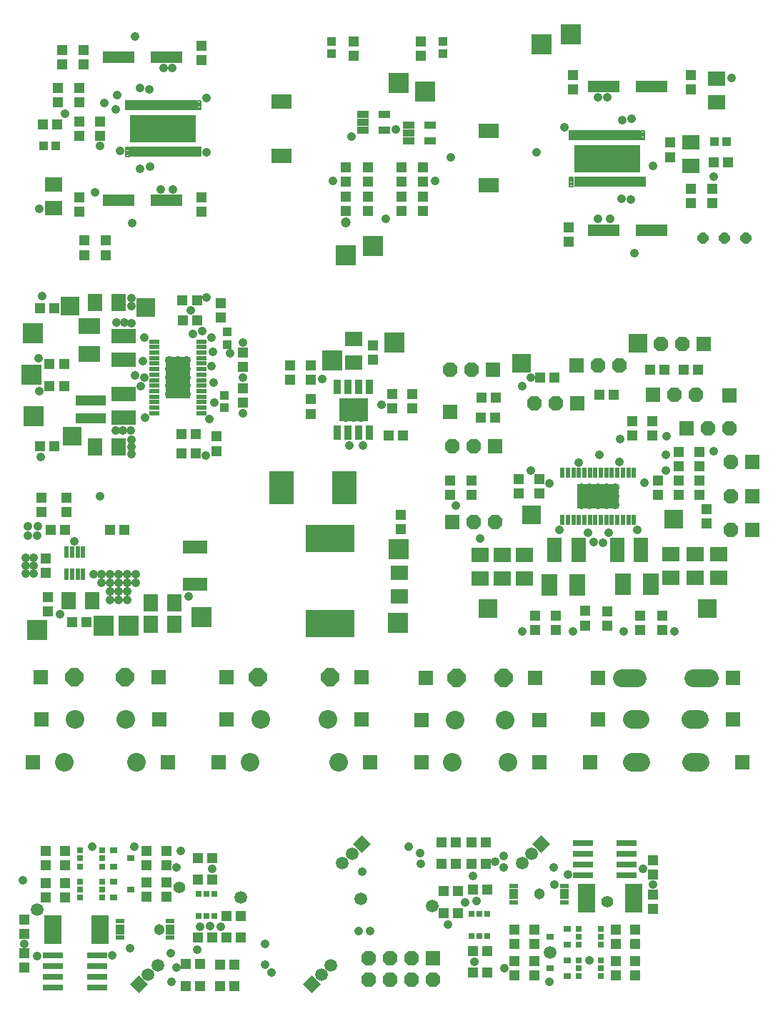
<source format=gbr>
G04 EAGLE Gerber RS-274X export*
G75*
%MOMM*%
%FSLAX34Y34*%
%LPD*%
%INSoldermask Top*%
%IPPOS*%
%AMOC8*
5,1,8,0,0,1.08239X$1,22.5*%
G01*
%ADD10R,1.303200X1.203200*%
%ADD11R,1.803200X2.003200*%
%ADD12R,2.903200X1.803200*%
%ADD13R,1.203200X1.303200*%
%ADD14R,1.253200X0.603200*%
%ADD15R,2.943200X4.953200*%
%ADD16C,1.053200*%
%ADD17R,3.603200X1.203200*%
%ADD18R,2.503200X1.853200*%
%ADD19R,1.003200X1.003200*%
%ADD20R,0.813200X1.803200*%
%ADD21R,3.413200X2.823200*%
%ADD22R,5.803200X3.303200*%
%ADD23R,2.003200X1.803200*%
%ADD24R,0.603200X1.403200*%
%ADD25R,3.003200X1.603200*%
%ADD26R,0.603200X1.253200*%
%ADD27R,4.953200X2.943200*%
%ADD28R,1.727200X1.727200*%
%ADD29P,1.869504X8X292.500000*%
%ADD30P,1.869504X8X112.500000*%
%ADD31R,1.853200X2.503200*%
%ADD32R,1.803200X2.903200*%
%ADD33P,2.309387X8X112.500000*%
%ADD34C,2.203200*%
%ADD35C,2.133600*%
%ADD36C,2.203200*%
%ADD37C,0.209022*%
%ADD38R,0.653200X1.253200*%
%ADD39R,7.763200X3.253200*%
%ADD40R,2.403200X1.703200*%
%ADD41R,3.703200X1.403200*%
%ADD42R,1.473200X0.838200*%
%ADD43P,1.410571X8X202.500000*%
%ADD44R,3.003200X4.003200*%
%ADD45R,1.503200X1.503200*%
%ADD46C,1.503200*%
%ADD47R,0.803200X0.803200*%
%ADD48R,0.933200X0.763200*%
%ADD49R,2.003200X3.403200*%
%ADD50P,1.869504X8X202.500000*%
%ADD51R,1.003200X0.603200*%
%ADD52R,1.003200X1.253200*%
%ADD53R,2.403200X0.803200*%
%ADD54R,2.203200X2.203200*%
%ADD55R,2.453200X2.453200*%
%ADD56C,1.203200*%
%ADD57C,1.403200*%
%ADD58C,1.303200*%


D10*
X49900Y756800D03*
X66900Y756800D03*
X206400Y673600D03*
X223400Y673600D03*
D11*
X103800Y829300D03*
X131800Y829300D03*
D12*
X137800Y720500D03*
X137800Y692500D03*
X137900Y761800D03*
X137900Y789800D03*
D10*
X66900Y730200D03*
X49900Y730200D03*
D11*
X103600Y658300D03*
X131600Y658300D03*
D13*
X38100Y822600D03*
X55100Y822600D03*
X38700Y658800D03*
X55700Y658800D03*
X223400Y650400D03*
X206400Y650400D03*
X224400Y831700D03*
X207400Y831700D03*
D14*
X229650Y698350D03*
X229650Y704850D03*
X229650Y711350D03*
X229650Y717850D03*
X229650Y724350D03*
X229650Y730850D03*
X229650Y737350D03*
X229650Y743850D03*
X229650Y750350D03*
X229650Y756850D03*
X229650Y763350D03*
X229650Y769850D03*
X229650Y776350D03*
X229650Y782850D03*
X174150Y782850D03*
X174150Y776350D03*
X174150Y769850D03*
X174150Y763350D03*
X174150Y756850D03*
X174150Y750350D03*
X174150Y743850D03*
X174150Y737350D03*
X174150Y730850D03*
X174150Y724350D03*
X174150Y717850D03*
X174150Y711350D03*
X174150Y704850D03*
X174150Y698350D03*
D15*
X201900Y740600D03*
D16*
X191900Y720600D03*
X191900Y730600D03*
X191900Y740600D03*
X191900Y750600D03*
X191900Y760600D03*
X201900Y760600D03*
X201900Y750600D03*
X201900Y740600D03*
X201900Y730600D03*
X201900Y720600D03*
X211900Y720600D03*
X211900Y730600D03*
X211900Y740600D03*
X211900Y750600D03*
X211900Y760600D03*
D17*
X98900Y713300D03*
X98900Y692300D03*
D18*
X97300Y768100D03*
X97300Y801100D03*
D13*
X224500Y808000D03*
X207500Y808000D03*
D10*
X248000Y653500D03*
X248000Y670500D03*
D19*
X257000Y704500D03*
X257000Y719500D03*
D10*
X253000Y828600D03*
X253000Y811600D03*
D19*
X260000Y794500D03*
X260000Y779500D03*
D20*
X390950Y675000D03*
X403650Y675000D03*
X416350Y675000D03*
X429050Y675000D03*
X429050Y729000D03*
X416350Y729000D03*
X403650Y729000D03*
X390950Y729000D03*
D21*
X410000Y702000D03*
D16*
X401000Y711000D03*
X410000Y711000D03*
X419000Y711000D03*
X401000Y702000D03*
X410000Y702000D03*
X419000Y702000D03*
X401000Y693000D03*
X410000Y693000D03*
X419000Y693000D03*
D13*
X359000Y697500D03*
X359000Y714500D03*
D10*
X433000Y778500D03*
X433000Y761500D03*
D22*
X382000Y449000D03*
X382000Y550000D03*
D23*
X464000Y481000D03*
X464000Y509000D03*
D13*
X451500Y672000D03*
X468500Y672000D03*
D10*
X466000Y560500D03*
X466000Y577500D03*
X359000Y737500D03*
X359000Y754500D03*
X335000Y737500D03*
X335000Y754500D03*
D13*
X456000Y720500D03*
X456000Y703500D03*
D23*
X410000Y786000D03*
X410000Y758000D03*
D10*
X480000Y720500D03*
X480000Y703500D03*
D24*
X70200Y507700D03*
X76700Y507700D03*
X83200Y507700D03*
X89700Y507700D03*
X89700Y533700D03*
X83200Y533700D03*
X76700Y533700D03*
X70200Y533700D03*
D10*
X138500Y560000D03*
X121500Y560000D03*
D13*
X45500Y509100D03*
X45500Y526100D03*
D10*
X48000Y480500D03*
X48000Y463500D03*
D11*
X100500Y475800D03*
X72500Y475800D03*
D10*
X93400Y451100D03*
X76400Y451100D03*
D13*
X68500Y560000D03*
X51500Y560000D03*
D10*
X70000Y581500D03*
X70000Y598500D03*
D13*
X40000Y598500D03*
X40000Y581500D03*
D25*
X222000Y496000D03*
X222000Y540000D03*
D11*
X169600Y473300D03*
X197600Y473300D03*
X169900Y448600D03*
X197900Y448600D03*
D26*
X742250Y627750D03*
X735750Y627750D03*
X729250Y627750D03*
X722750Y627750D03*
X716250Y627750D03*
X709750Y627750D03*
X703250Y627750D03*
X696750Y627750D03*
X690250Y627750D03*
X683750Y627750D03*
X677250Y627750D03*
X670750Y627750D03*
X664250Y627750D03*
X657750Y627750D03*
X657750Y572250D03*
X664250Y572250D03*
X670750Y572250D03*
X677250Y572250D03*
X683750Y572250D03*
X690250Y572250D03*
X696750Y572250D03*
X703250Y572250D03*
X709750Y572250D03*
X716250Y572250D03*
X722750Y572250D03*
X729250Y572250D03*
X735750Y572250D03*
X742250Y572250D03*
D27*
X700000Y600000D03*
D16*
X720000Y590000D03*
X710000Y590000D03*
X700000Y590000D03*
X690000Y590000D03*
X680000Y590000D03*
X680000Y600000D03*
X690000Y600000D03*
X700000Y600000D03*
X710000Y600000D03*
X720000Y600000D03*
X720000Y610000D03*
X710000Y610000D03*
X700000Y610000D03*
X690000Y610000D03*
X680000Y610000D03*
D28*
X882700Y640000D03*
D29*
X857300Y640000D03*
D28*
X882700Y600000D03*
D29*
X857300Y600000D03*
D28*
X882700Y560000D03*
D29*
X857300Y560000D03*
D10*
X828500Y584700D03*
X828500Y567700D03*
X550000Y618500D03*
X550000Y601500D03*
D13*
X524900Y601700D03*
X524900Y618700D03*
D28*
X527300Y569000D03*
D30*
X552700Y569000D03*
X578100Y569000D03*
D28*
X675400Y710000D03*
D29*
X650000Y710000D03*
X624600Y710000D03*
D13*
X648500Y740000D03*
X631500Y740000D03*
D10*
X740000Y688500D03*
X740000Y671500D03*
D13*
X764400Y671500D03*
X764400Y688500D03*
D28*
X804600Y680000D03*
D30*
X830000Y680000D03*
X855400Y680000D03*
D13*
X606100Y603200D03*
X606100Y620200D03*
D28*
X575400Y750000D03*
D29*
X550000Y750000D03*
X524600Y750000D03*
D13*
X578400Y716700D03*
X561400Y716700D03*
D10*
X795300Y652100D03*
X795300Y635100D03*
D28*
X577800Y659300D03*
D29*
X552400Y659300D03*
X527000Y659300D03*
D10*
X561200Y692600D03*
X578200Y692600D03*
D13*
X795400Y601600D03*
X795400Y618600D03*
X820000Y601500D03*
X820000Y618500D03*
D10*
X820000Y652100D03*
X820000Y635100D03*
D28*
X674500Y755100D03*
D30*
X699900Y755100D03*
X725300Y755100D03*
D13*
X701500Y720000D03*
X718500Y720000D03*
D28*
X825400Y780000D03*
D29*
X800000Y780000D03*
X774600Y780000D03*
D13*
X818500Y750000D03*
X801500Y750000D03*
D28*
X764600Y720000D03*
D30*
X790000Y720000D03*
X815400Y720000D03*
D10*
X778500Y750000D03*
X761500Y750000D03*
X630000Y620200D03*
X630000Y603200D03*
X770900Y618600D03*
X770900Y601600D03*
D13*
X684500Y463900D03*
X684500Y446900D03*
X711100Y463400D03*
X711100Y446400D03*
D31*
X642000Y495000D03*
X675000Y495000D03*
X762000Y496000D03*
X729000Y496000D03*
D13*
X650000Y441500D03*
X650000Y458500D03*
D10*
X624900Y458600D03*
X624900Y441600D03*
D13*
X750000Y441500D03*
X750000Y458500D03*
D10*
X775700Y458400D03*
X775700Y441400D03*
D23*
X612900Y530500D03*
X612900Y502500D03*
X586500Y530300D03*
X586500Y502300D03*
X786400Y531200D03*
X786400Y503200D03*
X814800Y531200D03*
X814800Y503200D03*
X560100Y530300D03*
X560100Y502300D03*
X843000Y531500D03*
X843000Y503500D03*
D28*
X855200Y719200D03*
X524600Y700000D03*
D13*
X279000Y727700D03*
X279000Y710700D03*
X279000Y752700D03*
X279000Y769700D03*
D32*
X750600Y536400D03*
X722600Y536400D03*
X648500Y535900D03*
X676500Y535900D03*
D33*
X139400Y385400D03*
X79400Y385400D03*
D34*
X80000Y335700D03*
X140000Y335700D03*
X67700Y284500D03*
X153100Y284500D03*
D33*
X382400Y385300D03*
X297000Y385300D03*
D34*
X299700Y335200D03*
X379700Y335200D03*
X287300Y284500D03*
X392700Y284500D03*
D33*
X587700Y384500D03*
X532300Y384500D03*
D34*
X530000Y335000D03*
X590000Y335000D03*
X527300Y284500D03*
X592700Y284500D03*
D35*
X812748Y385000D02*
X832052Y385000D01*
X746652Y385000D02*
X727348Y385000D01*
D36*
X740000Y335500D02*
X750000Y335500D01*
X810000Y335500D02*
X820000Y335500D01*
X750600Y284500D02*
X740600Y284500D01*
X810600Y284500D02*
X820600Y284500D01*
D28*
X419700Y385300D03*
X259700Y335200D03*
X250000Y284500D03*
X259700Y385300D03*
X419700Y335200D03*
X430000Y284500D03*
X625400Y384500D03*
X490500Y335000D03*
X490200Y284500D03*
X495400Y384500D03*
X630500Y335000D03*
X630200Y284500D03*
X859700Y385000D03*
X700000Y335500D03*
X690600Y284500D03*
X699700Y385000D03*
X860000Y335500D03*
X870600Y284500D03*
X179400Y385400D03*
X40000Y335700D03*
X30400Y284500D03*
X39400Y385400D03*
X180000Y335700D03*
X190400Y284500D03*
D37*
X224579Y1057779D02*
X224579Y1068221D01*
X229021Y1068221D01*
X229021Y1057779D01*
X224579Y1057779D01*
X224579Y1059764D02*
X229021Y1059764D01*
X229021Y1061749D02*
X224579Y1061749D01*
X224579Y1063734D02*
X229021Y1063734D01*
X229021Y1065719D02*
X224579Y1065719D01*
X224579Y1067704D02*
X229021Y1067704D01*
D38*
X220300Y1063000D03*
X213800Y1063000D03*
X207300Y1063000D03*
X200800Y1063000D03*
X194300Y1063000D03*
X187800Y1063000D03*
X181300Y1063000D03*
X174800Y1063000D03*
X168300Y1063000D03*
X161800Y1063000D03*
X155300Y1063000D03*
X148800Y1063000D03*
X142300Y1063000D03*
D39*
X184550Y1035250D03*
D37*
X140079Y1012721D02*
X140079Y1002279D01*
X140079Y1012721D02*
X144521Y1012721D01*
X144521Y1002279D01*
X140079Y1002279D01*
X140079Y1004264D02*
X144521Y1004264D01*
X144521Y1006249D02*
X140079Y1006249D01*
X140079Y1008234D02*
X144521Y1008234D01*
X144521Y1010219D02*
X140079Y1010219D01*
X140079Y1012204D02*
X144521Y1012204D01*
D38*
X220300Y1007500D03*
X213800Y1007500D03*
X207300Y1007500D03*
X200800Y1007500D03*
X194300Y1007500D03*
X187800Y1007500D03*
X181300Y1007500D03*
X174800Y1007500D03*
X168300Y1007500D03*
X161800Y1007500D03*
X155300Y1007500D03*
X148800Y1007500D03*
X226800Y1007500D03*
D16*
X214550Y1028250D03*
X199550Y1028250D03*
X184550Y1028250D03*
X169550Y1028250D03*
X154550Y1028250D03*
X154550Y1042250D03*
X169550Y1042250D03*
X184550Y1042250D03*
X199550Y1042250D03*
X214550Y1042250D03*
D13*
X230000Y936500D03*
X230000Y953500D03*
X230000Y1133500D03*
X230000Y1116500D03*
D10*
X116000Y902500D03*
X116000Y885500D03*
X110000Y1043500D03*
X110000Y1026500D03*
X91000Y885500D03*
X91000Y902500D03*
X85000Y936500D03*
X85000Y953500D03*
X85000Y1066500D03*
X85000Y1083500D03*
X65000Y1111500D03*
X65000Y1128500D03*
D40*
X325000Y1067000D03*
X325000Y1003000D03*
D10*
X90000Y1111500D03*
X90000Y1128500D03*
D13*
X60000Y1083500D03*
X60000Y1066500D03*
D23*
X55000Y969000D03*
X55000Y941000D03*
D13*
X85000Y1043500D03*
X85000Y1026500D03*
D41*
X188500Y1120000D03*
X131500Y1120000D03*
X188500Y950000D03*
X131500Y950000D03*
D37*
X670521Y966779D02*
X670521Y977221D01*
X670521Y966779D02*
X666079Y966779D01*
X666079Y977221D01*
X670521Y977221D01*
X670521Y968764D02*
X666079Y968764D01*
X666079Y970749D02*
X670521Y970749D01*
X670521Y972734D02*
X666079Y972734D01*
X666079Y974719D02*
X670521Y974719D01*
X670521Y976704D02*
X666079Y976704D01*
D38*
X674800Y972000D03*
X681300Y972000D03*
X687800Y972000D03*
X694300Y972000D03*
X700800Y972000D03*
X707300Y972000D03*
X713800Y972000D03*
X720300Y972000D03*
X726800Y972000D03*
X733300Y972000D03*
X739800Y972000D03*
X746300Y972000D03*
X752800Y972000D03*
D39*
X710550Y999750D03*
D37*
X755021Y1022279D02*
X755021Y1032721D01*
X755021Y1022279D02*
X750579Y1022279D01*
X750579Y1032721D01*
X755021Y1032721D01*
X755021Y1024264D02*
X750579Y1024264D01*
X750579Y1026249D02*
X755021Y1026249D01*
X755021Y1028234D02*
X750579Y1028234D01*
X750579Y1030219D02*
X755021Y1030219D01*
X755021Y1032204D02*
X750579Y1032204D01*
D38*
X674800Y1027500D03*
X681300Y1027500D03*
X687800Y1027500D03*
X694300Y1027500D03*
X700800Y1027500D03*
X707300Y1027500D03*
X713800Y1027500D03*
X720300Y1027500D03*
X726800Y1027500D03*
X733300Y1027500D03*
X739800Y1027500D03*
X746300Y1027500D03*
X668300Y1027500D03*
D16*
X680550Y1006750D03*
X695550Y1006750D03*
X710550Y1006750D03*
X725550Y1006750D03*
X740550Y1006750D03*
X740550Y992750D03*
X725550Y992750D03*
X710550Y992750D03*
X695550Y992750D03*
X680550Y992750D03*
D13*
X670000Y1098500D03*
X670000Y1081500D03*
X665000Y901500D03*
X665000Y918500D03*
D10*
X810000Y1098500D03*
X810000Y1081500D03*
X810000Y963500D03*
X810000Y946500D03*
D40*
X570000Y968000D03*
X570000Y1032000D03*
D13*
X835000Y946500D03*
X835000Y963500D03*
D23*
X840000Y1066000D03*
X840000Y1094000D03*
D41*
X706500Y915000D03*
X763500Y915000D03*
X706500Y1085000D03*
X763500Y1085000D03*
D13*
X785000Y1018500D03*
X785000Y1001500D03*
D23*
X810000Y1019000D03*
X810000Y991000D03*
D42*
X421000Y1052000D03*
X421000Y1042500D03*
X421000Y1033000D03*
X447000Y1033000D03*
X447000Y1052000D03*
D13*
X58500Y1040000D03*
X41500Y1040000D03*
D19*
X42500Y1015000D03*
X57500Y1015000D03*
D13*
X836500Y995000D03*
X853500Y995000D03*
D19*
X852500Y1020000D03*
X837500Y1020000D03*
D43*
X875400Y905000D03*
X850000Y905000D03*
X824600Y905000D03*
D42*
X475000Y1039500D03*
X475000Y1030000D03*
X475000Y1020500D03*
X501000Y1020500D03*
X501000Y1039500D03*
D10*
X410000Y1121500D03*
X410000Y1138500D03*
X490000Y1121500D03*
X490000Y1138500D03*
X401000Y937500D03*
X401000Y954500D03*
X427000Y954500D03*
X427000Y937500D03*
X467000Y937500D03*
X467000Y954500D03*
X492000Y954500D03*
X492000Y937500D03*
X467000Y989500D03*
X467000Y972500D03*
X492000Y989500D03*
X492000Y972500D03*
X427000Y989500D03*
X427000Y972500D03*
X401000Y989500D03*
X401000Y972500D03*
D19*
X384000Y1123500D03*
X384000Y1138500D03*
X516000Y1123500D03*
X516000Y1138500D03*
D44*
X399000Y610000D03*
X325000Y610000D03*
D45*
G36*
X371035Y21966D02*
X360406Y11337D01*
X349777Y21966D01*
X360406Y32595D01*
X371035Y21966D01*
G37*
D46*
X371720Y33280D03*
X383034Y44594D03*
D45*
G36*
X621965Y188034D02*
X632594Y198663D01*
X643223Y188034D01*
X632594Y177405D01*
X621965Y188034D01*
G37*
D46*
X621280Y176720D03*
X609966Y165406D03*
D45*
G36*
X166035Y21966D02*
X155406Y11337D01*
X144777Y21966D01*
X155406Y32595D01*
X166035Y21966D01*
G37*
D46*
X166720Y33280D03*
X178034Y44594D03*
D45*
G36*
X408965Y188034D02*
X419594Y198663D01*
X430223Y188034D01*
X419594Y177405D01*
X408965Y188034D01*
G37*
D46*
X408280Y176720D03*
X396966Y165406D03*
D47*
X226500Y103000D03*
X236000Y103000D03*
X245500Y103000D03*
X245500Y129000D03*
X236000Y129000D03*
X226500Y129000D03*
X86000Y180500D03*
X86000Y171000D03*
X86000Y161500D03*
X112000Y161500D03*
X112000Y171000D03*
X112000Y180500D03*
X86000Y143500D03*
X86000Y134000D03*
X86000Y124500D03*
X112000Y124500D03*
X112000Y134000D03*
X112000Y143500D03*
D13*
X242500Y77000D03*
X225500Y77000D03*
D10*
X188000Y162500D03*
X188000Y179500D03*
X188000Y125500D03*
X188000Y142500D03*
X165000Y162500D03*
X165000Y179500D03*
X165000Y125500D03*
X165000Y142500D03*
X45000Y162500D03*
X45000Y179500D03*
X45000Y124500D03*
X45000Y141500D03*
D48*
X146000Y171000D03*
X126000Y161500D03*
X126000Y180500D03*
X146000Y134000D03*
X126000Y124500D03*
X126000Y143500D03*
D10*
X242500Y146000D03*
X225500Y146000D03*
X242500Y171000D03*
X225500Y171000D03*
D13*
X68000Y179500D03*
X68000Y162500D03*
X68000Y141500D03*
X68000Y124500D03*
D49*
X110000Y87000D03*
X54000Y87000D03*
D47*
X568500Y105000D03*
X559000Y105000D03*
X549500Y105000D03*
X549500Y79000D03*
X559000Y79000D03*
X568500Y79000D03*
X703000Y31500D03*
X703000Y41000D03*
X703000Y50500D03*
X677000Y50500D03*
X677000Y41000D03*
X677000Y31500D03*
X703000Y68500D03*
X703000Y78000D03*
X703000Y87500D03*
X677000Y87500D03*
X677000Y78000D03*
X677000Y68500D03*
D13*
X551500Y134000D03*
X568500Y134000D03*
D10*
X601000Y49500D03*
X601000Y32500D03*
X601000Y86500D03*
X601000Y69500D03*
X624000Y49500D03*
X624000Y32500D03*
X624000Y86500D03*
X624000Y69500D03*
X744000Y49500D03*
X744000Y32500D03*
X744000Y86500D03*
X744000Y69500D03*
D48*
X643000Y41000D03*
X663000Y50500D03*
X663000Y31500D03*
X643000Y78000D03*
X663000Y87500D03*
X663000Y68500D03*
D10*
X551500Y61000D03*
X568500Y61000D03*
X551500Y36000D03*
X568500Y36000D03*
D13*
X721000Y32500D03*
X721000Y49500D03*
X721000Y69500D03*
X721000Y86500D03*
D49*
X686000Y124000D03*
X742000Y124000D03*
D28*
X504300Y53100D03*
D50*
X504300Y27700D03*
X478900Y53100D03*
X478900Y27700D03*
X453500Y53100D03*
X453500Y27700D03*
X428100Y53100D03*
X428100Y27700D03*
D13*
X259500Y103000D03*
X276500Y103000D03*
X259500Y77000D03*
X276500Y77000D03*
X533500Y132000D03*
X516500Y132000D03*
X533500Y106000D03*
X516500Y106000D03*
D51*
X193000Y77250D03*
X193000Y96750D03*
X133000Y96750D03*
X133000Y77250D03*
D52*
X133000Y87000D03*
X193000Y87000D03*
D51*
X600000Y138750D03*
X600000Y119250D03*
X660000Y119250D03*
X660000Y138750D03*
D52*
X660000Y129000D03*
X600000Y129000D03*
D53*
X54000Y43350D03*
X106000Y43350D03*
X54000Y56050D03*
X54000Y30650D03*
X54000Y17950D03*
X106000Y56050D03*
X106000Y30650D03*
X106000Y17950D03*
D13*
X228500Y46000D03*
X211500Y46000D03*
X228500Y20000D03*
X211500Y20000D03*
X268500Y20000D03*
X251500Y20000D03*
X251500Y45000D03*
X268500Y45000D03*
D53*
X734000Y163650D03*
X682000Y163650D03*
X734000Y150950D03*
X734000Y176350D03*
X734000Y189050D03*
X682000Y150950D03*
X682000Y176350D03*
X682000Y189050D03*
D13*
X549500Y165000D03*
X566500Y165000D03*
X549500Y190000D03*
X566500Y190000D03*
X514500Y190000D03*
X531500Y190000D03*
X531500Y165000D03*
X514500Y165000D03*
D10*
X20000Y41500D03*
X20000Y58500D03*
X20000Y98500D03*
X20000Y81500D03*
X765000Y168500D03*
X765000Y151500D03*
X765000Y111500D03*
X765000Y128500D03*
D16*
X146234Y677766D03*
X137000Y677700D03*
X128000Y677800D03*
X129200Y805100D03*
X138200Y805100D03*
X147200Y804900D03*
X147000Y834518D03*
X147000Y825000D03*
D54*
X164000Y823000D03*
D16*
X147000Y667000D03*
X147000Y658000D03*
X147000Y649306D03*
X236000Y835500D03*
X235000Y648000D03*
D55*
X29772Y792772D03*
X31000Y695000D03*
X463772Y537228D03*
X458772Y782228D03*
D16*
X24300Y564100D03*
X35600Y564300D03*
X24100Y552800D03*
X35400Y552900D03*
X21700Y527200D03*
X30900Y527200D03*
X21600Y517900D03*
X30700Y517800D03*
X21400Y508400D03*
X30800Y508200D03*
X101700Y507200D03*
X111700Y507200D03*
X121700Y507200D03*
X131700Y507200D03*
X141700Y507200D03*
X151700Y507200D03*
X111700Y497200D03*
X121700Y497200D03*
X131700Y497200D03*
X141700Y497200D03*
X151700Y497200D03*
X121700Y487200D03*
X131700Y487200D03*
X141700Y487200D03*
X121700Y477200D03*
X131700Y477200D03*
X141700Y477200D03*
D55*
X113928Y446228D03*
X143828Y446428D03*
D16*
X279000Y740200D03*
X620000Y740000D03*
X531000Y589000D03*
X781000Y670500D03*
D54*
X747100Y781200D03*
X620900Y578000D03*
X789500Y572800D03*
D16*
X38000Y940000D03*
X858000Y1095000D03*
X836500Y978000D03*
X408000Y1026000D03*
X68000Y1053000D03*
X448000Y928000D03*
D55*
X432772Y895772D03*
X632772Y1134772D03*
X463772Y1088772D03*
D16*
X162500Y787600D03*
D54*
X74000Y825000D03*
D16*
X163000Y693000D03*
D54*
X77000Y671000D03*
D16*
X162100Y740400D03*
X244000Y734000D03*
X230866Y795066D03*
X37700Y724600D03*
X157800Y730100D03*
X151100Y742900D03*
X36600Y763400D03*
X244800Y710800D03*
X39000Y646000D03*
X41000Y837000D03*
X220000Y792000D03*
X217000Y819650D03*
X241306Y753824D03*
X160000Y760000D03*
D55*
X28045Y743500D03*
D16*
X243206Y770900D03*
X264000Y769000D03*
D55*
X462772Y450228D03*
D16*
X405000Y660000D03*
X373000Y739000D03*
D55*
X384772Y760228D03*
D16*
X443000Y708000D03*
X421000Y660000D03*
X79500Y546100D03*
X61900Y459700D03*
D55*
X35528Y441828D03*
D16*
X110000Y600000D03*
X214900Y481400D03*
D55*
X229928Y456628D03*
D16*
X701200Y648800D03*
X705794Y545100D03*
X780000Y630000D03*
X694306Y545852D03*
X620000Y630000D03*
X610000Y730000D03*
X560000Y550000D03*
D54*
X609000Y757000D03*
D16*
X676744Y639800D03*
X780400Y649000D03*
X725156Y640400D03*
X836500Y653200D03*
X726268Y667400D03*
X642500Y614600D03*
X610000Y440000D03*
X755000Y616200D03*
X790000Y440000D03*
D54*
X569000Y467000D03*
D16*
X654206Y560000D03*
D54*
X829000Y467000D03*
D16*
X746294Y560000D03*
X670000Y440000D03*
X688000Y556206D03*
X730000Y440000D03*
X712300Y556906D03*
X238976Y691024D03*
X279100Y698400D03*
X241406Y787900D03*
X278900Y781900D03*
X182000Y963000D03*
X196000Y963000D03*
X700000Y928000D03*
X714000Y928000D03*
X743000Y888000D03*
X148000Y923000D03*
X169300Y990000D03*
D56*
X401000Y924000D03*
D55*
X400772Y884772D03*
D16*
X133306Y1009026D03*
X110000Y1015000D03*
X104000Y960000D03*
X130200Y1075094D03*
X114528Y1065128D03*
X184800Y1107300D03*
X195200Y1107100D03*
X700000Y1072000D03*
X711000Y1072000D03*
X728900Y1044800D03*
X151000Y1144000D03*
D55*
X667772Y1146772D03*
D16*
X167874Y1081274D03*
X236000Y1071000D03*
X157458Y987842D03*
X236000Y1007000D03*
X507000Y973000D03*
X386000Y973000D03*
X727394Y952300D03*
X627000Y1007000D03*
X739492Y1046408D03*
X660000Y1037000D03*
X525000Y1001000D03*
X460034Y1034466D03*
X739000Y951400D03*
X765000Y991000D03*
D55*
X494772Y1078772D03*
D16*
X157208Y1083008D03*
X128000Y1057700D03*
X489000Y177000D03*
X313000Y35859D03*
X430000Y85000D03*
X420000Y155000D03*
X490000Y165000D03*
X305000Y45000D03*
X416000Y85000D03*
D46*
X35000Y110000D03*
X503000Y115000D03*
X418911Y122911D03*
D57*
X203818Y137000D03*
D16*
X200000Y160000D03*
X242518Y159000D03*
X124000Y56000D03*
X194000Y25000D03*
X228000Y90000D03*
X240000Y91000D03*
X200000Y42000D03*
X589230Y41230D03*
X553000Y48982D03*
X664000Y152000D03*
X647000Y160000D03*
X588000Y160482D03*
X555518Y120518D03*
X542000Y119000D03*
X578000Y167000D03*
D46*
X643000Y59200D03*
D58*
X180000Y87000D03*
X630000Y129000D03*
D16*
X253000Y90000D03*
D46*
X276018Y125000D03*
D57*
X711000Y120000D03*
D16*
X305000Y70000D03*
X20000Y70000D03*
X765000Y140000D03*
X690000Y50000D03*
X642000Y24602D03*
X193236Y59105D03*
X145000Y65000D03*
X648000Y140000D03*
X588000Y173518D03*
X205000Y180000D03*
X150000Y185000D03*
X100000Y185000D03*
X18318Y145000D03*
X35000Y55000D03*
X225000Y63000D03*
X753000Y159000D03*
X552000Y150000D03*
X475000Y185000D03*
X521674Y92674D03*
M02*

</source>
